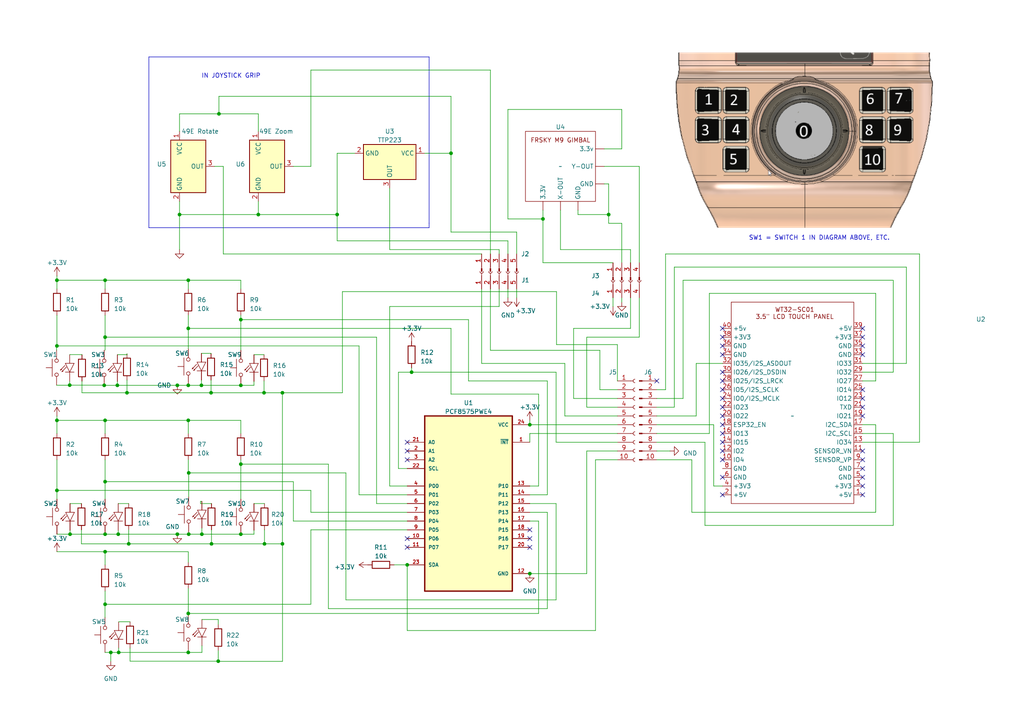
<source format=kicad_sch>
(kicad_sch (version 20230121) (generator eeschema)
  (paper "A4")
  (title_block (title "CADDeck Wiring Diagram") (date "2023-04-02") (rev "1") (company "Andrew Fernie") (comment 1 "Revised Dirk König"))
  (lib_symbols
    (symbol "Andrew:FrSky_M9_Joystick"
      (property "Reference" "U" (at 0 0 0))
      (symbol "FrSky_M9_Joystick_0_1"
        (text "FRSKY M9 GIMBAL" (at 0 7.62 0) (effects (font (size 1.27 1.27))))
      )
      (symbol "FrSky_M9_Joystick_1_1"
        (pin input line (at 5.08 -12.7 90) (length 2.54) (name "3.3V") (number ""))
        (pin input line (at -12.7 5.08 0) (length 2.54) (name "3.3v") (number ""))
        (pin input line (at -12.7 -5.08 0) (length 2.54) (name "GND") (number ""))
        (pin input line (at -5.08 -12.7 90) (length 2.54) (name "GND") (number ""))
        (pin output line (at 0 -12.7 90) (length 2.54) (name "X-OUT") (number ""))
        (pin output line (at -12.7 0 0) (length 2.54) (name "Y-OUT") (number ""))
      )
    )
    (symbol "Andrew:WT32-SC01"
      (property "Reference" "U" (at 0 0 0))
      (symbol "WT32-SC01_0_1"
        (text "WT32-SC01\n3.5\" LCD TOUCH PANEL" (at 0.635 29.845 0) (effects (font (size 1.27 1.27))))
      )
      (symbol "WT32-SC01_1_1"
        (pin power_in line (at 20.32 -22.86 180) (length 2.54) (name "+5V") (number "1"))
        (pin bidirectional line (at -20.32 -12.7 0) (length 2.54) (name "IO4") (number "10"))
        (pin bidirectional line (at 20.32 -10.16 180) (length 2.54) (name "SENSOR_VN") (number "11"))
        (pin bidirectional line (at -20.32 -10.16 0) (length 2.54) (name "IO2") (number "12"))
        (pin bidirectional line (at 20.32 -7.62 180) (length 2.54) (name "IO34") (number "13"))
        (pin bidirectional line (at -20.32 -7.62 0) (length 2.54) (name "IO15") (number "14"))
        (pin output line (at 20.32 -5.08 180) (length 2.54) (name "I2C_SCL") (number "15"))
        (pin bidirectional line (at -20.32 -5.08 0) (length 2.54) (name "IO13") (number "16"))
        (pin bidirectional line (at 20.32 -2.54 180) (length 2.54) (name "I2C_SDA") (number "17"))
        (pin bidirectional line (at -20.32 -2.54 0) (length 2.54) (name "ESP32_EN") (number "18"))
        (pin bidirectional line (at 20.32 0 180) (length 2.54) (name "IO21") (number "19"))
        (pin power_in line (at -20.32 -22.86 0) (length 2.54) (name "+5V") (number "2"))
        (pin bidirectional line (at -20.32 0 0) (length 2.54) (name "IO22") (number "20"))
        (pin bidirectional line (at 20.32 2.54 180) (length 2.54) (name "TXD") (number "21"))
        (pin bidirectional line (at -20.32 2.54 0) (length 2.54) (name "IO23") (number "22"))
        (pin bidirectional line (at 20.32 5.08 180) (length 2.54) (name "IO12") (number "23"))
        (pin bidirectional line (at -20.32 5.08 0) (length 2.54) (name "IO0/I2S_MCLK") (number "24"))
        (pin bidirectional line (at 20.32 7.62 180) (length 2.54) (name "IO14") (number "25"))
        (pin bidirectional line (at -20.32 7.62 0) (length 2.54) (name "IO5/I2S_SCLK") (number "26"))
        (pin bidirectional line (at 20.32 10.16 180) (length 2.54) (name "IO27") (number "27"))
        (pin bidirectional line (at -20.32 10.16 0) (length 2.54) (name "IO25/I2S_LRCK") (number "28"))
        (pin bidirectional line (at 20.32 12.7 180) (length 2.54) (name "IO32") (number "29"))
        (pin power_in line (at 20.32 -20.32 180) (length 2.54) (name "+3V3") (number "3"))
        (pin bidirectional line (at -20.32 12.7 0) (length 2.54) (name "IO26/I2S_DSDIN") (number "30"))
        (pin bidirectional line (at 20.32 15.24 180) (length 2.54) (name "IO33") (number "31"))
        (pin bidirectional line (at -20.32 15.24 0) (length 2.54) (name "IO35/I2S_ASDOUT") (number "32"))
        (pin power_in line (at 20.32 17.78 180) (length 2.54) (name "GND") (number "33"))
        (pin power_in line (at -20.32 17.78 0) (length 2.54) (name "GND") (number "34"))
        (pin power_in line (at 20.32 20.32 180) (length 2.54) (name "GND") (number "35"))
        (pin power_in line (at -20.32 20.32 0) (length 2.54) (name "GND") (number "36"))
        (pin power_in line (at 20.32 22.86 180) (length 2.54) (name "+3V3") (number "37"))
        (pin power_in line (at -20.32 22.86 0) (length 2.54) (name "+3V3") (number "38"))
        (pin power_in line (at 20.32 25.4 180) (length 2.54) (name "+5V") (number "39"))
        (pin power_in line (at -20.32 -20.32 0) (length 2.54) (name "+3V3") (number "4"))
        (pin power_in line (at -20.32 25.4 0) (length 2.54) (name "+5v") (number "40"))
        (pin power_in line (at 20.32 -17.78 180) (length 2.54) (name "GND") (number "5"))
        (pin power_in line (at -20.32 -17.78 0) (length 2.54) (name "GND") (number "6"))
        (pin power_in line (at 20.32 -15.24 180) (length 2.54) (name "GND") (number "7"))
        (pin power_in line (at -20.32 -15.24 0) (length 2.54) (name "GND") (number "8"))
        (pin bidirectional line (at 20.32 -12.7 180) (length 2.54) (name "SENSOR_VP") (number "9"))
      )
    )
    (symbol "Connector:Conn_01x04_Pin" (pin_names (offset 1.016) hide)
      (property "Reference" "J" (at 0 5.08 0))
      (property "Value" "Conn_01x04_Pin" (at 0 -7.62 0))
      (symbol "Conn_01x04_Pin_1_1"
        (pin passive line (at 5.08 2.54 180) (length 3.81) (name "Pin_1") (number "1"))
        (pin passive line (at 5.08 0 180) (length 3.81) (name "Pin_2") (number "2"))
        (pin passive line (at 5.08 -2.54 180) (length 3.81) (name "Pin_3") (number "3"))
        (pin passive line (at 5.08 -5.08 180) (length 3.81) (name "Pin_4") (number "4"))
      )
    )
    (symbol "Connector:Conn_01x04_Socket" (pin_names (offset 1.016) hide)
      (property "Reference" "J" (at 0 5.08 0))
      (property "Value" "Conn_01x04_Socket" (at 0 -7.62 0))
      (symbol "Conn_01x04_Socket_1_1"
        (pin passive line (at -5.08 2.54 0) (length 3.81) (name "Pin_1") (number "1"))
        (pin passive line (at -5.08 0 0) (length 3.81) (name "Pin_2") (number "2"))
        (pin passive line (at -5.08 -2.54 0) (length 3.81) (name "Pin_3") (number "3"))
        (pin passive line (at -5.08 -5.08 0) (length 3.81) (name "Pin_4") (number "4"))
      )
    )
    (symbol "Connector:Conn_01x05_Pin" (pin_names (offset 1.016) hide)
      (property "Reference" "J" (at 0 7.62 0))
      (property "Value" "Conn_01x05_Pin" (at 0 -7.62 0))
      (symbol "Conn_01x05_Pin_1_1"
        (pin passive line (at 5.08 5.08 180) (length 3.81) (name "Pin_1") (number "1"))
        (pin passive line (at 5.08 2.54 180) (length 3.81) (name "Pin_2") (number "2"))
        (pin passive line (at 5.08 0 180) (length 3.81) (name "Pin_3") (number "3"))
        (pin passive line (at 5.08 -2.54 180) (length 3.81) (name "Pin_4") (number "4"))
        (pin passive line (at 5.08 -5.08 180) (length 3.81) (name "Pin_5") (number "5"))
      )
    )
    (symbol "Connector:Conn_01x05_Socket" (pin_names (offset 1.016) hide)
      (property "Reference" "J" (at 0 7.62 0))
      (property "Value" "Conn_01x05_Socket" (at 0 -7.62 0))
      (symbol "Conn_01x05_Socket_1_1"
        (pin passive line (at -5.08 5.08 0) (length 3.81) (name "Pin_1") (number "1"))
        (pin passive line (at -5.08 2.54 0) (length 3.81) (name "Pin_2") (number "2"))
        (pin passive line (at -5.08 0 0) (length 3.81) (name "Pin_3") (number "3"))
        (pin passive line (at -5.08 -2.54 0) (length 3.81) (name "Pin_4") (number "4"))
        (pin passive line (at -5.08 -5.08 0) (length 3.81) (name "Pin_5") (number "5"))
      )
    )
    (symbol "Connector:Conn_01x10_Pin" (pin_names (offset 1.016) hide)
      (property "Reference" "J" (at 0 12.7 0))
      (property "Value" "Conn_01x10_Pin" (at 0 -15.24 0))
      (symbol "Conn_01x10_Pin_1_1"
        (pin passive line (at 5.08 10.16 180) (length 3.81) (name "Pin_1") (number "1"))
        (pin passive line (at 5.08 -12.7 180) (length 3.81) (name "Pin_10") (number "10"))
        (pin passive line (at 5.08 7.62 180) (length 3.81) (name "Pin_2") (number "2"))
        (pin passive line (at 5.08 5.08 180) (length 3.81) (name "Pin_3") (number "3"))
        (pin passive line (at 5.08 2.54 180) (length 3.81) (name "Pin_4") (number "4"))
        (pin passive line (at 5.08 0 180) (length 3.81) (name "Pin_5") (number "5"))
        (pin passive line (at 5.08 -2.54 180) (length 3.81) (name "Pin_6") (number "6"))
        (pin passive line (at 5.08 -5.08 180) (length 3.81) (name "Pin_7") (number "7"))
        (pin passive line (at 5.08 -7.62 180) (length 3.81) (name "Pin_8") (number "8"))
        (pin passive line (at 5.08 -10.16 180) (length 3.81) (name "Pin_9") (number "9"))
      )
    )
    (symbol "Connector:Conn_01x10_Socket" (pin_names (offset 1.016) hide)
      (property "Reference" "J" (at 0 12.7 0))
      (property "Value" "Conn_01x10_Socket" (at 0 -15.24 0))
      (symbol "Conn_01x10_Socket_1_1"
        (pin passive line (at -5.08 10.16 0) (length 3.81) (name "Pin_1") (number "1"))
        (pin passive line (at -5.08 -12.7 0) (length 3.81) (name "Pin_10") (number "10"))
        (pin passive line (at -5.08 7.62 0) (length 3.81) (name "Pin_2") (number "2"))
        (pin passive line (at -5.08 5.08 0) (length 3.81) (name "Pin_3") (number "3"))
        (pin passive line (at -5.08 2.54 0) (length 3.81) (name "Pin_4") (number "4"))
        (pin passive line (at -5.08 0 0) (length 3.81) (name "Pin_5") (number "5"))
        (pin passive line (at -5.08 -2.54 0) (length 3.81) (name "Pin_6") (number "6"))
        (pin passive line (at -5.08 -5.08 0) (length 3.81) (name "Pin_7") (number "7"))
        (pin passive line (at -5.08 -7.62 0) (length 3.81) (name "Pin_8") (number "8"))
        (pin passive line (at -5.08 -10.16 0) (length 3.81) (name "Pin_9") (number "9"))
      )
    )
    (symbol "Device:R" (pin_numbers hide) (pin_names (offset 0))
      (property "Reference" "R" (at 2.032 0 90))
      (property "Value" "R" (at 0 0 90))
      (symbol "R_1_1"
        (pin passive line (at 0 3.81 270) (length 1.27) (name "~") (number "1"))
        (pin passive line (at 0 -3.81 90) (length 1.27) (name "~") (number "2"))
      )
    )
    (symbol "PCF8575PWE4:PCF8575PWE4" (pin_names (offset 1.016))
      (property "Reference" "U" (at -12.7 26.4 0))
      (property "Value" "PCF8575PWE4" (at -12.7 -29.4 0))
      (symbol "PCF8575PWE4_0_0"
        (pin output line (at 17.78 17.78 180) (length 5.08) (name "~{INT}") (number "1"))
        (pin bidirectional line (at -17.78 -10.16 0) (length 5.08) (name "P06") (number "10"))
        (pin bidirectional line (at -17.78 -12.7 0) (length 5.08) (name "P07") (number "11"))
        (pin power_in line (at 17.78 -20.32 180) (length 5.08) (name "GND") (number "12"))
        (pin bidirectional line (at 17.78 5.08 180) (length 5.08) (name "P10") (number "13"))
        (pin bidirectional line (at 17.78 2.54 180) (length 5.08) (name "P11") (number "14"))
        (pin bidirectional line (at 17.78 0 180) (length 5.08) (name "P12") (number "15"))
        (pin bidirectional line (at 17.78 -2.54 180) (length 5.08) (name "P13") (number "16"))
        (pin bidirectional line (at 17.78 -5.08 180) (length 5.08) (name "P14") (number "17"))
        (pin bidirectional line (at 17.78 -7.62 180) (length 5.08) (name "P15") (number "18"))
        (pin bidirectional line (at 17.78 -10.16 180) (length 5.08) (name "P16") (number "19"))
        (pin input line (at -17.78 15.24 0) (length 5.08) (name "A1") (number "2"))
        (pin bidirectional line (at 17.78 -12.7 180) (length 5.08) (name "P17") (number "20"))
        (pin input line (at -17.78 17.78 0) (length 5.08) (name "A0") (number "21"))
        (pin input line (at -17.78 10.16 0) (length 5.08) (name "SCL") (number "22"))
        (pin bidirectional line (at -17.78 -17.78 0) (length 5.08) (name "SDA") (number "23"))
        (pin power_in line (at 17.78 22.86 180) (length 5.08) (name "VCC") (number "24"))
        (pin input line (at -17.78 12.7 0) (length 5.08) (name "A2") (number "3"))
        (pin bidirectional line (at -17.78 5.08 0) (length 5.08) (name "P00") (number "4"))
        (pin bidirectional line (at -17.78 2.54 0) (length 5.08) (name "P01") (number "5"))
        (pin bidirectional line (at -17.78 0 0) (length 5.08) (name "P02") (number "6"))
        (pin bidirectional line (at -17.78 -2.54 0) (length 5.08) (name "P03") (number "7"))
        (pin bidirectional line (at -17.78 -5.08 0) (length 5.08) (name "P04") (number "8"))
        (pin bidirectional line (at -17.78 -7.62 0) (length 5.08) (name "P05") (number "9"))
      )
    )
    (symbol "SW_Push_1" (pin_numbers hide) (pin_names (offset 1.016) hide)
      (property "Reference" "SW1" (at 3.81 3.81 90))
      (symbol "SW_Push_1_0_1"
        (pin passive line (at -5.08 0 0) (length 2.54) (name "1") (number "1"))
        (pin passive line (at 5.08 0 180) (length 2.54) (name "2") (number "2"))
      )
      (symbol "SW_Push_1_1_1"
        (pin power_in line (at -3.937 -3.81 0) (length 2.54) (name "Kathode_-") (number "3"))
        (pin power_in line (at 3.81 -3.81 180) (length 2.54) (name "Anode_+") (number "4"))
      )
    )
    (symbol "SW_Push_2" (pin_numbers hide) (pin_names (offset 1.016) hide)
      (property "Reference" "SW1" (at 7.62 2.54 0))
      (property "Value" "SW_Push" (at -3.81 2.54 0))
      (symbol "SW_Push_2_0_1"
        (pin passive line (at -5.08 0 0) (length 2.54) (name "1") (number "1"))
        (pin passive line (at 5.08 0 180) (length 2.54) (name "2") (number "2"))
      )
      (symbol "SW_Push_2_1_1"
        (pin power_in line (at -3.81 -3.9624 0) (length 2.54) (name "Kathode_-") (number "3"))
        (pin power_in line (at 3.81 -3.9624 180) (length 2.54) (name "Anode_+") (number "4"))
      )
    )
    (symbol "Sensor_Magnetic:DRV5033AJxLPG"
      (property "Reference" "U" (at 5.08 12.7 0))
      (property "Value" "DRV5033AJxLPG" (at 7.62 10.16 0))
      (symbol "DRV5033AJxLPG_1_1"
        (pin power_in line (at -2.54 10.16 270) (length 2.54) (name "VCC") (number "1"))
        (pin power_in line (at -2.54 -10.16 90) (length 2.54) (name "GND") (number "2"))
        (pin output line (at 7.62 0 180) (length 2.54) (name "OUT") (number "3"))
      )
    )
    (symbol "power:+3.3V" (power) (pin_names (offset 0))
      (property "Value" "+3.3V" (at 0 3.556 0))
      (symbol "+3.3V_1_1"
        (pin power_in line (at 0 0 90) (length 0) hide (name "+3.3V") (number "1"))
      )
    )
    (symbol "power:GND" (power) (pin_names (offset 0))
      (property "Value" "GND" (at 0 -3.81 0))
      (symbol "GND_1_1"
        (pin power_in line (at 0 0 270) (length 0) hide (name "GND") (number "1"))
      )
    )
  )
  (junction (at 30.48 139.7))
  (junction (at 69.85 154.94))
  (junction (at 16.51 100.33))
  (junction (at 20.32 154.94))
  (junction (at 81.915 113.919))
  (junction (at 32.131 189.23))
  (junction (at 51.435 111.76))
  (junction (at 37.338 157.734))
  (junction (at 54.61 95.25))
  (junction (at 30.48 81.28))
  (junction (at 61.214 113.919))
  (junction (at 130.81 44.45))
  (junction (at 74.93 62.23))
  (junction (at 69.85 111.76))
  (junction (at 54.61 121.92))
  (junction (at 51.435 154.94))
  (junction (at 97.79 62.23))
  (junction (at 81.915 157.734))
  (junction (at 54.737 154.94))
  (junction (at 58.547 154.94))
  (junction (at 30.48 160.02))
  (junction (at 52.07 62.23))
  (junction (at 30.48 175.26))
  (junction (at 30.48 154.94))
  (junction (at 76.581 113.919))
  (junction (at 34.036 111.76))
  (junction (at 119.38 107.95))
  (junction (at 63.2968 191.77))
  (junction (at 54.61 177.927))
  (junction (at 30.48 97.79))
  (junction (at 157.48 63.5))
  (junction (at 69.85 92.71))
  (junction (at 54.61 111.76))
  (junction (at 54.737 137.16))
  (junction (at 16.51 142.24))
  (junction (at 76.708 157.734))
  (junction (at 54.61 189.23))
  (junction (at 69.85 134.62))
  (junction (at 30.48 121.92))
  (junction (at 63.5 33.02))
  (junction (at 34.417 189.23))
  (junction (at 16.51 81.28))
  (junction (at 54.61 81.28))
  (junction (at 34.29 154.94))
  (junction (at 36.83 113.919))
  (junction (at 153.67 166.37))
  (junction (at 16.51 121.92))
  (junction (at 153.67 123.19))
  (junction (at 30.226 111.76))
  (junction (at 58.42 111.76))
  (junction (at 20.2184 111.7092))
  (junction (at 176.53 62.23))
  (junction (at 118.11 163.83))
  (junction (at 61.341 157.734))
  (no_connect (at 209.55 138.43))
  (no_connect (at 153.67 156.21))
  (no_connect (at 250.19 130.81))
  (no_connect (at 209.55 110.49))
  (no_connect (at 209.55 100.33))
  (no_connect (at 209.55 133.35))
  (no_connect (at 250.19 135.89))
  (no_connect (at 250.19 120.65))
  (no_connect (at 209.55 118.11))
  (no_connect (at 118.11 156.21))
  (no_connect (at 250.19 115.57))
  (no_connect (at 209.55 102.87))
  (no_connect (at 209.55 123.19))
  (no_connect (at 209.55 130.81))
  (no_connect (at 250.19 118.11))
  (no_connect (at 209.55 107.95))
  (no_connect (at 250.19 113.03))
  (no_connect (at 250.19 138.43))
  (no_connect (at 209.55 120.65))
  (no_connect (at 250.19 95.25))
  (no_connect (at 209.55 128.27))
  (no_connect (at 250.19 133.35))
  (no_connect (at 209.55 115.57))
  (no_connect (at 209.55 143.51))
  (no_connect (at 118.11 133.35))
  (no_connect (at 250.19 140.97))
  (no_connect (at 250.19 97.79))
  (no_connect (at 209.55 113.03))
  (no_connect (at 250.19 102.87))
  (no_connect (at 118.11 158.75))
  (no_connect (at 118.11 128.27))
  (no_connect (at 118.11 130.81))
  (no_connect (at 250.19 143.51))
  (no_connect (at 153.67 158.75))
  (no_connect (at 153.67 153.67))
  (no_connect (at 250.19 100.33))
  (no_connect (at 209.55 125.73))
  (no_connect (at 190.5 110.49))
  (no_connect (at 209.55 95.25))
  (no_connect (at 209.55 97.79))
  (wire (pts (xy 20.2184 111.7092) (xy 30.226 111.7092)))
  (wire (pts (xy 58.547 145.415) (xy 58.166 145.415)))
  (wire (pts (xy 36.83 110.236) (xy 36.83 113.919)))
  (wire (pts (xy 23.7744 113.919) (xy 36.83 113.919)))
  (wire (pts (xy 30.48 97.79) (xy 109.22 97.79)))
  (wire (pts (xy 190.5 130.81) (xy 194.31 130.81)))
  (wire (pts (xy 58.166 145.415) (xy 58.166 146.05)))
  (wire (pts (xy 54.61 81.28) (xy 30.48 81.28)))
  (wire (pts (xy 90.17 175.26) (xy 90.17 153.67)))
  (wire (pts (xy 30.48 175.26) (xy 90.17 175.26)))
  (wire (pts (xy 162.56 60.96) (xy 162.56 72.39)))
  (wire (pts (xy 262.89 77.47) (xy 195.58 77.47)))
  (wire (pts (xy 23.7744 110.5408) (xy 23.7744 113.919)))
  (wire (pts (xy 153.67 128.27) (xy 153.67 125.73)))
  (wire (pts (xy 23.622 157.734) (xy 37.338 157.734)))
  (wire (pts (xy 54.61 160.02) (xy 30.48 160.02)))
  (wire (pts (xy 81.915 157.734) (xy 81.9404 157.734)))
  (wire (pts (xy 73.66 110.617) (xy 73.66 111.76)))
  (wire (pts (xy 254 85.09) (xy 205.74 85.09)))
  (wire (pts (xy 90.17 148.59) (xy 118.11 148.59)))
  (wire (pts (xy 254 123.19) (xy 254 148.59)))
  (wire (pts (xy 142.24 20.32) (xy 142.24 73.66)))
  (wire (pts (xy 30.48 125.73) (xy 30.48 121.92)))
  (polyline (pts (xy 43.18 66.04) (xy 43.18 16.51)))
  (wire (pts (xy 73.66 111.76) (xy 69.85 111.76)))
  (wire (pts (xy 193.04 73.66) (xy 193.04 113.03)))
  (wire (pts (xy 30.226 111.7092) (xy 30.226 111.76)))
  (wire (pts (xy 30.48 97.79) (xy 30.48 101.6)))
  (wire (pts (xy 81.9404 157.734) (xy 81.9404 191.8208)))
  (wire (pts (xy 205.74 85.09) (xy 205.74 125.73)))
  (wire (pts (xy 259.08 125.73) (xy 259.08 152.4)))
  (wire (pts (xy 144.78 72.39) (xy 144.78 73.66)))
  (wire (pts (xy 30.48 91.44) (xy 30.48 97.79)))
  (wire (pts (xy 54.737 154.305) (xy 54.737 154.94)))
  (wire (pts (xy 23.7744 102.9208) (xy 23.7744 102.8446)))
  (polyline (pts (xy 124.46 16.51) (xy 124.46 64.77)))
  (wire (pts (xy 207.01 123.19) (xy 207.01 140.97)))
  (wire (pts (xy 51.435 111.76) (xy 54.61 111.76)))
  (wire (pts (xy 95.25 176.53) (xy 158.75 176.53)))
  (wire (pts (xy 157.48 63.5) (xy 157.48 60.96)))
  (wire (pts (xy 52.07 38.1) (xy 52.07 33.02)))
  (wire (pts (xy 204.47 128.27) (xy 190.5 128.27)))
  (wire (pts (xy 147.32 69.85) (xy 147.32 73.66)))
  (wire (pts (xy 250.19 123.19) (xy 254 123.19)))
  (wire (pts (xy 200.66 133.35) (xy 190.5 133.35)))
  (wire (pts (xy 153.67 148.59) (xy 158.75 148.59)))
  (wire (pts (xy 195.58 77.47) (xy 195.58 118.11)))
  (wire (pts (xy 16.51 120.65) (xy 16.51 121.92)))
  (wire (pts (xy 16.51 80.01) (xy 16.51 81.28)))
  (wire (pts (xy 130.81 67.31) (xy 149.86 67.31)))
  (wire (pts (xy 63.2968 191.77) (xy 63.2968 191.8208)))
  (wire (pts (xy 76.708 157.734) (xy 81.915 157.734)))
  (wire (pts (xy 130.81 44.45) (xy 130.81 67.31)))
  (wire (pts (xy 16.51 142.24) (xy 16.51 144.78)))
  (wire (pts (xy 177.8 86.36) (xy 177.8 88.9)))
  (wire (pts (xy 34.036 111.76) (xy 51.435 111.76)))
  (wire (pts (xy 51.435 154.94) (xy 54.737 154.94)))
  (wire (pts (xy 104.14 143.51) (xy 118.11 143.51)))
  (wire (pts (xy 95.25 134.62) (xy 95.25 176.53)))
  (wire (pts (xy 254 110.49) (xy 254 85.09)))
  (wire (pts (xy 64.77 73.66) (xy 139.7 73.66)))
  (wire (pts (xy 190.5 115.57) (xy 198.12 115.57)))
  (wire (pts (xy 113.03 140.97) (xy 118.11 140.97)))
  (wire (pts (xy 34.29 154.94) (xy 51.435 154.94)))
  (wire (pts (xy 176.53 62.23) (xy 176.53 64.77)))
  (wire (pts (xy 58.166 146.05) (xy 61.341 146.05)))
  (wire (pts (xy 76.581 113.919) (xy 76.581 110.49)))
  (wire (pts (xy 139.7 105.41) (xy 163.83 105.41)))
  (wire (pts (xy 170.18 97.79) (xy 185.42 97.79)))
  (wire (pts (xy 113.03 72.39) (xy 144.78 72.39)))
  (wire (pts (xy 266.7 73.66) (xy 266.7 128.27)))
  (wire (pts (xy 20.32 154.94) (xy 30.48 154.94)))
  (wire (pts (xy 180.34 64.77) (xy 180.34 76.2)))
  (wire (pts (xy 190.5 125.73) (xy 205.74 125.73)))
  (wire (pts (xy 54.61 189.23) (xy 54.61 188.5696)))
  (wire (pts (xy 170.18 118.11) (xy 179.07 118.11)))
  (wire (pts (xy 16.51 91.44) (xy 16.51 100.33)))
  (wire (pts (xy 52.07 33.02) (xy 63.5 33.02)))
  (wire (pts (xy 30.48 81.28) (xy 16.51 81.28)))
  (wire (pts (xy 58.42 111.76) (xy 69.85 111.76)))
  (wire (pts (xy 23.622 153.67) (xy 23.622 157.734)))
  (wire (pts (xy 170.18 130.81) (xy 179.07 130.81)))
  (wire (pts (xy 73.66 154.94) (xy 73.66 153.797)))
  (wire (pts (xy 109.22 97.79) (xy 109.22 146.05)))
  (wire (pts (xy 74.93 62.23) (xy 74.93 58.42)))
  (wire (pts (xy 54.737 137.16) (xy 54.737 144.145)))
  (wire (pts (xy 100.33 173.99) (xy 161.29 173.99)))
  (wire (pts (xy 69.85 154.94) (xy 73.66 154.94)))
  (wire (pts (xy 85.09 139.7) (xy 85.09 151.13)))
  (wire (pts (xy 115.57 135.89) (xy 118.11 135.89)))
  (wire (pts (xy 99.314 113.919) (xy 99.314 84.582)))
  (wire (pts (xy 153.67 121.92) (xy 153.67 123.19)))
  (wire (pts (xy 176.53 62.23) (xy 167.64 62.23)))
  (wire (pts (xy 16.51 133.35) (xy 16.51 142.24)))
  (wire (pts (xy 119.38 107.95) (xy 115.57 107.95)))
  (wire (pts (xy 149.86 83.82) (xy 149.86 86.36)))
  (wire (pts (xy 170.18 166.37) (xy 153.67 166.37)))
  (wire (pts (xy 54.61 111.379) (xy 54.61 111.76)))
  (wire (pts (xy 163.83 105.41) (xy 163.83 120.65)))
  (wire (pts (xy 200.66 148.59) (xy 200.66 133.35)))
  (wire (pts (xy 172.72 182.88) (xy 172.72 133.35)))
  (wire (pts (xy 30.48 163.83) (xy 30.48 160.02)))
  (wire (pts (xy 30.48 139.7) (xy 30.48 144.78)))
  (wire (pts (xy 30.48 121.92) (xy 16.51 121.92)))
  (wire (pts (xy 172.72 133.35) (xy 179.07 133.35)))
  (wire (pts (xy 54.61 133.35) (xy 54.61 137.16)))
  (wire (pts (xy 179.07 99.949) (xy 179.07 110.49)))
  (wire (pts (xy 76.581 113.919) (xy 81.915 113.919)))
  (wire (pts (xy 166.37 115.57) (xy 179.07 115.57)))
  (wire (pts (xy 157.48 76.2) (xy 177.8 76.2)))
  (wire (pts (xy 262.89 77.47) (xy 262.89 105.41)))
  (wire (pts (xy 69.85 81.28) (xy 54.61 81.28)))
  (wire (pts (xy 185.42 48.26) (xy 185.42 76.2)))
  (wire (pts (xy 36.83 102.87) (xy 36.83 102.616)))
  (wire (pts (xy 153.67 123.19) (xy 179.07 123.19)))
  (wire (pts (xy 34.417 180.34) (xy 37.719 180.34)))
  (wire (pts (xy 176.53 64.77) (xy 180.34 64.77)))
  (wire (pts (xy 63.5 33.02) (xy 74.93 33.02)))
  (wire (pts (xy 170.18 130.81) (xy 170.18 166.37)))
  (wire (pts (xy 161.417 99.949) (xy 179.07 99.949)))
  (wire (pts (xy 69.85 125.73) (xy 69.85 121.92)))
  (wire (pts (xy 63.5 33.02) (xy 63.5 27.94)))
  (wire (pts (xy 23.7744 102.8446) (xy 20.2184 102.8446)))
  (wire (pts (xy 209.55 105.41) (xy 201.93 105.41)))
  (wire (pts (xy 195.58 118.11) (xy 190.5 118.11)))
  (wire (pts (xy 74.93 33.02) (xy 74.93 38.1)))
  (wire (pts (xy 149.86 67.31) (xy 149.86 73.66)))
  (wire (pts (xy 16.51 81.28) (xy 16.51 83.82)))
  (wire (pts (xy 30.226 111.76) (xy 34.036 111.76)))
  (wire (pts (xy 52.07 58.42) (xy 52.07 62.23)))
  (wire (pts (xy 157.48 63.5) (xy 157.48 76.2)))
  (wire (pts (xy 34.036 110.617) (xy 34.036 111.76)))
  (wire (pts (xy 34.036 102.87) (xy 36.83 102.87)))
  (wire (pts (xy 34.417 187.96) (xy 34.417 189.23)))
  (wire (pts (xy 130.81 114.3) (xy 156.21 114.3)))
  (wire (pts (xy 158.75 176.53) (xy 158.75 148.59)))
  (wire (pts (xy 119.38 106.68) (xy 119.38 107.95)))
  (wire (pts (xy 156.21 140.97) (xy 153.67 140.97)))
  (wire (pts (xy 167.64 60.96) (xy 167.64 62.23)))
  (wire (pts (xy 20.32 153.797) (xy 20.32 154.94)))
  (wire (pts (xy 16.4084 100.33) (xy 16.4084 101.5746)))
  (wire (pts (xy 61.214 113.919) (xy 76.581 113.919)))
  (wire (pts (xy 30.48 139.7) (xy 85.09 139.7)))
  (wire (pts (xy 250.19 107.95) (xy 259.08 107.95)))
  (wire (pts (xy 97.79 69.85) (xy 97.79 62.23)))
  (wire (pts (xy 176.53 53.34) (xy 176.53 62.23)))
  (wire (pts (xy 54.61 83.82) (xy 54.61 81.28)))
  (wire (pts (xy 52.07 62.23) (xy 74.93 62.23)))
  (wire (pts (xy 104.14 100.33) (xy 104.14 143.51)))
  (wire (pts (xy 32.131 189.23) (xy 32.131 191.77)))
  (wire (pts (xy 73.66 102.87) (xy 76.581 102.87)))
  (wire (pts (xy 52.07 62.23) (xy 52.07 72.39)))
  (wire (pts (xy 54.737 137.16) (xy 100.33 137.16)))
  (wire (pts (xy 54.61 125.73) (xy 54.61 121.92)))
  (wire (pts (xy 113.03 54.61) (xy 113.03 72.39)))
  (wire (pts (xy 81.9404 191.8208) (xy 63.2968 191.8208)))
  (wire (pts (xy 163.83 120.65) (xy 179.07 120.65)))
  (polyline (pts (xy 43.18 16.51) (xy 124.46 16.51)))
  (wire (pts (xy 63.5 27.94) (xy 130.81 27.94)))
  (wire (pts (xy 180.34 31.75) (xy 180.34 43.18)))
  (wire (pts (xy 36.83 113.919) (xy 61.214 113.919)))
  (wire (pts (xy 123.19 44.45) (xy 130.81 44.45)))
  (wire (pts (xy 58.5724 189.23) (xy 54.61 189.23)))
  (wire (pts (xy 161.29 146.05) (xy 153.67 146.05)))
  (wire (pts (xy 173.99 113.03) (xy 179.07 113.03)))
  (wire (pts (xy 135.89 92.71) (xy 135.89 110.49)))
  (wire (pts (xy 34.29 153.797) (xy 34.29 154.94)))
  (wire (pts (xy 266.7 128.27) (xy 250.19 128.27)))
  (wire (pts (xy 32.131 189.23) (xy 34.417 189.23)))
  (wire (pts (xy 147.32 83.82) (xy 147.32 86.36)))
  (wire (pts (xy 190.5 123.19) (xy 207.01 123.19)))
  (wire (pts (xy 30.4546 175.26) (xy 30.48 175.26)))
  (wire (pts (xy 182.88 72.39) (xy 182.88 76.2)))
  (wire (pts (xy 20.32 146.05) (xy 23.622 146.05)))
  (wire (pts (xy 156.21 177.927) (xy 156.21 151.13)))
  (wire (pts (xy 58.42 102.489) (xy 61.214 102.489)))
  (wire (pts (xy 61.341 157.734) (xy 61.341 153.67)))
  (wire (pts (xy 30.4546 189.23) (xy 32.131 189.23)))
  (wire (pts (xy 180.34 86.36) (xy 180.34 87.63)))
  (wire (pts (xy 259.08 152.4) (xy 204.47 152.4)))
  (wire (pts (xy 162.56 72.39) (xy 182.88 72.39)))
  (wire (pts (xy 158.75 110.49) (xy 158.75 143.51)))
  (wire (pts (xy 81.915 113.919) (xy 99.314 113.919)))
  (wire (pts (xy 144.78 83.82) (xy 144.78 88.9)))
  (wire (pts (xy 16.51 121.92) (xy 16.51 125.73)))
  (wire (pts (xy 90.17 153.67) (xy 118.11 153.67)))
  (wire (pts (xy 63.2968 188.722) (xy 63.2968 191.77)))
  (wire (pts (xy 37.7444 191.77) (xy 63.2968 191.77)))
  (wire (pts (xy 37.338 157.734) (xy 61.341 157.734)))
  (wire (pts (xy 54.61 177.927) (xy 156.21 177.927)))
  (wire (pts (xy 142.24 101.6) (xy 142.24 83.82)))
  (wire (pts (xy 135.89 110.49) (xy 158.75 110.49)))
  (wire (pts (xy 115.57 107.95) (xy 115.57 135.89)))
  (wire (pts (xy 54.61 163.068) (xy 54.61 160.02)))
  (wire (pts (xy 170.18 118.11) (xy 170.18 97.79)))
  (wire (pts (xy 156.21 114.3) (xy 156.21 140.97)))
  (wire (pts (xy 147.32 31.75) (xy 180.34 31.75)))
  (wire (pts (xy 90.17 20.32) (xy 142.24 20.32)))
  (wire (pts (xy 99.314 84.582) (xy 161.417 84.582)))
  (wire (pts (xy 175.26 53.34) (xy 176.53 53.34)))
  (wire (pts (xy 16.51 142.24) (xy 90.17 142.24)))
  (wire (pts (xy 97.79 44.45) (xy 102.87 44.45)))
  (wire (pts (xy 182.88 95.25) (xy 182.88 86.36)))
  (wire (pts (xy 85.09 151.13) (xy 118.11 151.13)))
  (wire (pts (xy 161.29 128.27) (xy 179.07 128.27)))
  (wire (pts (xy 69.85 91.44) (xy 69.85 92.71)))
  (wire (pts (xy 175.26 43.18) (xy 180.34 43.18)))
  (wire (pts (xy 54.61 121.92) (xy 30.48 121.92)))
  (wire (pts (xy 54.61 170.688) (xy 54.61 177.927)))
  (wire (pts (xy 81.915 113.919) (xy 81.915 157.734)))
  (wire (pts (xy 69.85 133.35) (xy 69.85 134.62)))
  (wire (pts (xy 63.2968 179.6796) (xy 63.2968 181.102)))
  (wire (pts (xy 69.85 92.71) (xy 69.85 101.6)))
  (wire (pts (xy 61.341 157.734) (xy 76.708 157.734)))
  (wire (pts (xy 166.37 95.25) (xy 182.88 95.25)))
  (wire (pts (xy 104.14 100.33) (xy 16.51 100.33)))
  (wire (pts (xy 69.85 83.82) (xy 69.85 81.28)))
  (wire (pts (xy 54.737 154.94) (xy 58.547 154.94)))
  (wire (pts (xy 16.51 154.94) (xy 20.32 154.94)))
  (wire (pts (xy 20.2184 111.7346) (xy 20.2184 111.7092)))
  (wire (pts (xy 100.33 137.16) (xy 100.33 173.99)))
  (polyline (pts (xy 124.46 66.04) (xy 43.18 66.04)))
  (wire (pts (xy 30.48 160.02) (xy 16.51 160.02)))
  (wire (pts (xy 250.19 125.73) (xy 259.08 125.73)))
  (wire (pts (xy 161.29 173.99) (xy 161.29 146.05)))
  (wire (pts (xy 61.214 102.489) (xy 61.214 102.616)))
  (wire (pts (xy 262.89 105.41) (xy 250.19 105.41)))
  (wire (pts (xy 34.29 146.05) (xy 37.338 146.05)))
  (wire (pts (xy 201.93 120.65) (xy 190.5 120.65)))
  (wire (pts (xy 113.03 140.97) (xy 113.03 88.9)))
  (wire (pts (xy 97.79 69.85) (xy 147.32 69.85)))
  (wire (pts (xy 200.66 148.59) (xy 254 148.59)))
  (wire (pts (xy 166.37 95.25) (xy 166.37 115.57)))
  (wire (pts (xy 266.7 73.66) (xy 193.04 73.66)))
  (wire (pts (xy 54.61 91.44) (xy 54.61 95.25)))
  (wire (pts (xy 58.547 154.94) (xy 69.85 154.94)))
  (wire (pts (xy 97.79 62.23) (xy 74.93 62.23)))
  (wire (pts (xy 54.61 177.927) (xy 54.61 178.4096)))
  (wire (pts (xy 73.66 146.05) (xy 76.708 146.05)))
  (wire (pts (xy 61.214 110.236) (xy 61.214 113.919)))
  (wire (pts (xy 76.708 153.67) (xy 76.708 157.734)))
  (wire (pts (xy 64.77 48.26) (xy 64.77 73.66)))
  (wire (pts (xy 193.04 113.03) (xy 190.5 113.03)))
  (wire (pts (xy 118.11 182.88) (xy 172.72 182.88)))
  (wire (pts (xy 34.417 189.23) (xy 54.61 189.23)))
  (wire (pts (xy 90.17 48.26) (xy 90.17 20.32)))
  (wire (pts (xy 62.23 48.26) (xy 64.77 48.26)))
  (wire (pts (xy 173.99 113.03) (xy 173.99 101.6)))
  (wire (pts (xy 54.737 137.16) (xy 54.61 137.16)))
  (wire (pts (xy 158.75 143.51) (xy 153.67 143.51)))
  (wire (pts (xy 113.03 88.9) (xy 144.78 88.9)))
  (wire (pts (xy 161.29 107.95) (xy 161.29 128.27)))
  (wire (pts (xy 37.719 187.96) (xy 37.719 191.77)))
  (wire (pts (xy 54.61 95.25) (xy 130.81 95.25)))
  (wire (pts (xy 58.42 110.236) (xy 58.42 111.76)))
  (wire (pts (xy 30.48 154.94) (xy 34.29 154.94)))
  (wire (pts (xy 85.09 48.26) (xy 90.17 48.26)))
  (wire (pts (xy 201.93 105.41) (xy 201.93 120.65)))
  (wire (pts (xy 30.48 133.35) (xy 30.48 139.7)))
  (wire (pts (xy 130.81 27.94) (xy 130.81 44.45)))
  (wire (pts (xy 30.48 83.82) (xy 30.48 81.28)))
  (wire (pts (xy 175.26 48.26) (xy 185.42 48.26)))
  (wire (pts (xy 185.42 97.79) (xy 185.42 86.36)))
  (wire (pts (xy 69.85 134.62) (xy 69.85 144.78)))
  (wire (pts (xy 207.01 140.97) (xy 209.55 140.97)))
  (wire (pts (xy 250.19 110.49) (xy 254 110.49)))
  (wire (pts (xy 54.61 111.76) (xy 58.42 111.76)))
  (wire (pts (xy 173.99 101.6) (xy 142.24 101.6)))
  (wire (pts (xy 69.85 92.71) (xy 135.89 92.71)))
  (wire (pts (xy 153.67 125.73) (xy 179.07 125.73)))
  (wire (pts (xy 58.5724 187.2996) (xy 58.5724 189.23)))
  (wire (pts (xy 16.4084 111.7346) (xy 20.2184 111.7346)))
  (wire (pts (xy 69.85 134.62) (xy 95.25 134.62)))
  (wire (pts (xy 58.547 153.162) (xy 58.547 154.94)))
  (wire (pts (xy 198.12 115.57) (xy 198.12 81.28)))
  (wire (pts (xy 109.22 146.05) (xy 118.11 146.05)))
  (wire (pts (xy 204.47 152.4) (xy 204.47 128.27)))
  (wire (pts (xy 30.48 171.45) (xy 30.48 175.26)))
  (wire (pts (xy 90.17 142.24) (xy 90.17 148.59)))
  (wire (pts (xy 58.5724 179.6796) (xy 63.2968 179.6796)))
  (wire (pts (xy 16.4084 100.33) (xy 16.51 100.33)))
  (wire (pts (xy 69.85 121.92) (xy 54.61 121.92)))
  (wire (pts (xy 161.29 107.95) (xy 119.38 107.95)))
  (wire (pts (xy 97.79 44.45) (xy 97.79 62.23)))
  (wire (pts (xy 118.11 163.83) (xy 118.11 182.88)))
  (wire (pts (xy 54.61 95.25) (xy 54.61 101.219)))
  (wire (pts (xy 156.21 151.13) (xy 153.67 151.13)))
  (wire (pts (xy 114.3 163.83) (xy 118.11 163.83)))
  (wire (pts (xy 130.81 95.25) (xy 130.81 114.3)))
  (wire (pts (xy 139.7 105.41) (xy 139.7 83.82)))
  (wire (pts (xy 30.4546 175.26) (xy 30.4546 179.07)))
  (wire (pts (xy 37.338 153.67) (xy 37.338 157.734)))
  (wire (pts (xy 147.32 31.75) (xy 147.32 63.5)))
  (wire (pts (xy 259.08 107.95) (xy 259.08 81.28)))
  (wire (pts (xy 198.12 81.28) (xy 259.08 81.28)))
  (wire (pts (xy 161.417 84.582) (xy 161.417 99.949)))
  (wire (pts (xy 20.2184 110.5916) (xy 20.2184 111.7092)))
  (polyline (pts (xy 124.46 64.77) (xy 124.46 66.04)))
  (wire (pts (xy 147.32 63.5) (xy 157.48 63.5)))
  (image (at 233.68 40.64) (scale 1.78039))
  (text "IN JOYSTICK GRIP" (at 58.42 22.86 0) (effects (font (size 1.27 1.27)) (justify left bottom)))
  (text "SW1 = SWITCH 1 IN DIAGRAM ABOVE, ETC." (at 217.17 69.85 0) (effects (font (size 1.27 1.27)) (justify left bottom)))
  (symbol (lib_id "Device:R") (at 54.61 87.63 0) (unit 1)
    (property "Reference" "R6" (at 57.15 86.995 0) (effects (justify left)))
    (property "Value" "10k" (at 57.15 89.535 0) (effects (justify left)))
    (property "Footprint" "Resistor_SMD:R_0805_2012Metric_Pad1.20x1.40mm_HandSolder" (effects hide))
  )
  (symbol (lib_id "power:GND") (at 194.31 130.81 90) (unit 1)
    (property "Reference" "#PWR014" (effects hide))
    (property "Value" "GND" (at 198.12 131.445 90) (effects (justify right)))
  )
  (symbol (lib_id "Device:R") (at 23.7744 106.7308 0) (unit 1)
    (property "Reference" "R13" (at 26.3144 106.0958 0) (effects (justify left)))
    (property "Value" "10k" (at 26.3144 108.6358 0) (effects (justify left)))
    (property "Footprint" "Resistor_SMD:R_0805_2012Metric_Pad1.20x1.40mm_HandSolder" (effects hide))
  )
  (symbol (lib_name "SW_Push_1") (lib_id "Switch:SW_Push") (at 69.85 149.86 90) (unit 1)
    (property "Reference" "SW10" (at 66.04 146.05 90) (effects (justify right)))
    (property "Value" "SW_Push" (effects hide))
    (property "Footprint" "Button_MX_LED:SW_Cherry_MX_LED_PCB" (effects hide))
  )
  (symbol (lib_name "SW_Push_2") (lib_id "Switch:SW_Push") (at 54.61 183.4896 90) (unit 1)
    (property "Reference" "SW8" (at 50.8 179.6796 90) (effects (justify right)))
    (property "Value" "SW_Push" (effects hide))
    (property "Footprint" "Button_MX_LED:SW_Cherry_MX_LED_PCB" (effects hide))
  )
  (symbol (lib_id "power:GND") (at 32.131 191.77 0) (unit 1)
    (property "Reference" "#PWR04" (effects hide))
    (property "Value" "GND" (at 32.131 196.85 0))
  )
  (symbol (lib_name "SW_Push_1") (lib_id "Switch:SW_Push") (at 69.85 106.68 90) (unit 1)
    (property "Reference" "SW9" (at 66.04 102.87 90) (effects (justify right)))
    (property "Value" "SW_Push" (effects hide))
    (property "Footprint" "Button_MX_LED:SW_Cherry_MX_LED_PCB" (effects hide))
  )
  (symbol (lib_id "Connector:Conn_01x04_Pin") (at 180.34 81.28 90) (unit 1)
    (property "Reference" "J3" (at 172.72 80.01 90))
    (property "Value" "Conn_01x04_Pin" (effects hide))
  )
  (symbol (lib_id "Connector:Conn_01x10_Pin") (at 185.42 120.65 0) (unit 1)
    (property "Reference" "J6" (at 187.96 107.95 0))
    (property "Value" "Conn_01x10_Pin" (effects hide))
  )
  (symbol (lib_id "Andrew:FrSky_M9_Joystick") (at 162.56 48.26 0) (mirror y) (unit 1)
    (property "Reference" "U4" (at 162.56 36.83 0))
    (property "Value" "~" (at 162.56 48.26 0))
  )
  (symbol (lib_id "Device:R") (at 23.622 149.86 0) (unit 1)
    (property "Reference" "R17" (at 26.162 149.225 0) (effects (justify left)))
    (property "Value" "10k" (at 26.162 151.765 0) (effects (justify left)))
    (property "Footprint" "Resistor_SMD:R_0805_2012Metric_Pad1.20x1.40mm_HandSolder" (effects hide))
  )
  (symbol (lib_id "Device:R") (at 110.49 163.83 90) (unit 1)
    (property "Reference" "R11" (at 110.49 158.75 90))
    (property "Value" "10k" (at 110.49 161.29 90))
    (property "Footprint" "Resistor_SMD:R_0805_2012Metric_Pad1.20x1.40mm_HandSolder" (effects hide))
  )
  (symbol (lib_id "power:GND") (at 147.32 86.36 0) (unit 1)
    (property "Reference" "#PWR08" (effects hide))
    (property "Value" "GND" (at 147.32 91.44 0))
  )
  (symbol (lib_id "Device:R") (at 61.341 149.86 0) (unit 1)
    (property "Reference" "R19" (at 63.881 149.225 0) (effects (justify left)))
    (property "Value" "10k" (at 63.881 151.765 0) (effects (justify left)))
    (property "Footprint" "Resistor_SMD:R_0805_2012Metric_Pad1.20x1.40mm_HandSolder" (effects hide))
  )
  (symbol (lib_id "Device:R") (at 54.61 166.878 0) (unit 1)
    (property "Reference" "R8" (at 57.15 165.608 0) (effects (justify left)))
    (property "Value" "10k" (at 57.15 168.148 0) (effects (justify left)))
    (property "Footprint" "Resistor_SMD:R_0805_2012Metric_Pad1.20x1.40mm_HandSolder" (effects hide))
  )
  (symbol (lib_id "Device:R") (at 54.61 129.54 0) (unit 1)
    (property "Reference" "R7" (at 57.15 128.905 0) (effects (justify left)))
    (property "Value" "10k" (at 57.15 131.445 0) (effects (justify left)))
    (property "Footprint" "Resistor_SMD:R_0805_2012Metric_Pad1.20x1.40mm_HandSolder" (effects hide))
  )
  (symbol (lib_id "Device:R") (at 61.214 106.426 0) (unit 1)
    (property "Reference" "R15" (at 63.754 105.791 0) (effects (justify left)))
    (property "Value" "10k" (at 63.754 108.331 0) (effects (justify left)))
    (property "Footprint" "Resistor_SMD:R_0805_2012Metric_Pad1.20x1.40mm_HandSolder" (effects hide))
  )
  (symbol (lib_id "Sensor_Magnetic:DRV5033AJxLPG") (at 54.61 48.26 0) (unit 1)
    (property "Reference" "U5" (at 48.26 47.625 0) (effects (justify right)))
    (property "Value" "49E Rotate" (at 63.5 38.1 0) (effects (justify right)))
    (property "Datasheet" "https://www.ti.com/lit/ds/symlink/drv5033.pdf" (effects hide))
  )
  (symbol (lib_id "power:+3.3V") (at 153.67 121.92 0) (unit 1)
    (property "Reference" "#PWR011" (effects hide))
    (property "Value" "+3.3V" (at 153.67 118.11 0))
  )
  (symbol (lib_name "SW_Push_2") (lib_id "Switch:SW_Push") (at 30.4546 184.15 90) (unit 1)
    (property "Reference" "SW5" (at 26.6446 180.34 90) (effects (justify right)))
    (property "Value" "SW_Push" (effects hide))
    (property "Footprint" "Button_MX_LED:SW_Cherry_MX_LED_PCB" (effects hide))
  )
  (symbol (lib_id "power:+3.3V") (at 106.68 163.83 90) (unit 1)
    (property "Reference" "#PWR016" (effects hide))
    (property "Value" "+3.3V" (at 102.87 164.465 90) (effects (justify left)))
  )
  (symbol (lib_name "SW_Push_1") (lib_id "Switch:SW_Push") (at 54.61 106.299 90) (unit 1)
    (property "Reference" "SW6" (at 50.8 102.489 90) (effects (justify right)))
    (property "Value" "SW_Push" (effects hide))
    (property "Footprint" "Button_MX_LED:SW_Cherry_MX_LED_PCB" (effects hide))
  )
  (symbol (lib_id "power:+3.3V") (at 149.86 86.36 180) (unit 1)
    (property "Reference" "#PWR09" (effects hide))
    (property "Value" "+3.3V" (at 152.4 90.17 0))
  )
  (symbol (lib_name "SW_Push_1") (lib_id "Switch:SW_Push") (at 30.48 149.86 90) (unit 1)
    (property "Reference" "SW4" (at 26.67 146.05 90) (effects (justify right)))
    (property "Value" "SW_Push" (effects hide))
    (property "Footprint" "Button_MX_LED:SW_Cherry_MX_LED_PCB" (effects hide))
  )
  (symbol (lib_id "Device:R") (at 76.581 106.68 0) (unit 1)
    (property "Reference" "R16" (at 79.121 106.045 0) (effects (justify left)))
    (property "Value" "10k" (at 79.121 108.585 0) (effects (justify left)))
    (property "Footprint" "Resistor_SMD:R_0805_2012Metric_Pad1.20x1.40mm_HandSolder" (effects hide))
  )
  (symbol (lib_id "Device:R") (at 69.85 87.63 0) (unit 1)
    (property "Reference" "R9" (at 72.39 86.995 0) (effects (justify left)))
    (property "Value" "10k" (at 72.39 89.535 0) (effects (justify left)))
    (property "Footprint" "Resistor_SMD:R_0805_2012Metric_Pad1.20x1.40mm_HandSolder" (effects hide))
  )
  (symbol (lib_id "Device:R") (at 30.48 87.63 0) (unit 1)
    (property "Reference" "R3" (at 33.02 86.995 0) (effects (justify left)))
    (property "Value" "10k" (at 33.02 89.535 0) (effects (justify left)))
    (property "Footprint" "Resistor_SMD:R_0805_2012Metric_Pad1.20x1.40mm_HandSolder" (effects hide))
  )
  (symbol (lib_id "Connector:Conn_01x05_Socket") (at 144.78 78.74 90) (unit 1)
    (property "Reference" "J1" (at 152.4 81.28 90))
    (property "Value" "Conn_01x05_Socket" (effects hide))
    (property "Footprint" "Connector_JST:JST_EH_B5B-EH-A_1x05_P2.50mm_Vertical" (effects hide))
  )
  (symbol (lib_id "power:GND") (at 52.07 72.39 0) (unit 1)
    (property "Reference" "#PWR07" (effects hide))
    (property "Value" "GND" (effects hide))
  )
  (symbol (lib_id "Sensor_Magnetic:DRV5033AJxLPG") (at 113.03 46.99 270) (unit 1)
    (property "Reference" "U3" (at 113.03 38.1 90))
    (property "Value" "TTP223" (at 113.03 40.64 90))
    (property "Datasheet" "https://www.ti.com/lit/ds/symlink/drv5033.pdf" (effects hide))
  )
  (symbol (lib_name "SW_Push_1") (lib_id "Switch:SW_Push") (at 16.4084 106.6546 90) (unit 1)
    (property "Reference" "SW1" (at 12.5984 102.8446 90) (effects (justify right)))
    (property "Value" "SW_Push" (effects hide))
    (property "Footprint" "Button_MX_LED:SW_Cherry_MX_LED_PCB" (effects hide))
  )
  (symbol (lib_name "SW_Push_1") (lib_id "Switch:SW_Push") (at 54.737 149.225 90) (unit 1)
    (property "Reference" "SW7" (at 50.927 145.415 90) (effects (justify right)))
    (property "Value" "SW_Push" (effects hide))
    (property "Footprint" "Button_MX_LED:SW_Cherry_MX_LED_PCB" (effects hide))
  )
  (symbol (lib_id "Device:R") (at 63.2968 184.912 0) (unit 1)
    (property "Reference" "R22" (at 65.5828 184.277 0) (effects (justify left)))
    (property "Value" "10k" (at 65.5828 186.817 0) (effects (justify left)))
    (property "Footprint" "Resistor_SMD:R_0805_2012Metric_Pad1.20x1.40mm_HandSolder" (effects hide))
  )
  (symbol (lib_id "power:+3.3V") (at 177.8 88.9 180) (unit 1)
    (property "Reference" "#PWR012" (effects hide))
    (property "Value" "+3.3V" (at 173.99 88.9 0))
  )
  (symbol (lib_id "Andrew:WT32-SC01") (at 229.87 120.65 0) (unit 1)
    (property "Reference" "U2" (at 284.48 92.6083 0))
    (property "Value" "~" (at 229.87 120.65 0))
  )
  (symbol (lib_id "power:GND") (at 180.34 87.63 0) (unit 1)
    (property "Reference" "#PWR013" (effects hide))
    (property "Value" "GND" (at 180.34 91.44 0))
  )
  (symbol (lib_id "Device:R") (at 16.51 129.54 0) (unit 1)
    (property "Reference" "R2" (at 19.05 128.905 0) (effects (justify left)))
    (property "Value" "10k" (at 19.05 131.445 0) (effects (justify left)))
    (property "Footprint" "Resistor_SMD:R_0805_2012Metric_Pad1.20x1.40mm_HandSolder" (effects hide))
  )
  (symbol (lib_id "Device:R") (at 37.338 149.86 0) (unit 1)
    (property "Reference" "R18" (at 39.878 149.225 0) (effects (justify left)))
    (property "Value" "10k" (at 39.878 151.765 0) (effects (justify left)))
    (property "Footprint" "Resistor_SMD:R_0805_2012Metric_Pad1.20x1.40mm_HandSolder" (effects hide))
  )
  (symbol (lib_id "Device:R") (at 30.48 129.54 0) (unit 1)
    (property "Reference" "R4" (at 33.02 128.905 0) (effects (justify left)))
    (property "Value" "10k" (at 33.02 131.445 0) (effects (justify left)))
    (property "Footprint" "Resistor_SMD:R_0805_2012Metric_Pad1.20x1.40mm_HandSolder" (effects hide))
  )
  (symbol (lib_name "SW_Push_1") (lib_id "Switch:SW_Push") (at 30.226 106.68 90) (unit 1)
    (property "Reference" "SW3" (at 26.416 102.87 90) (effects (justify right)))
    (property "Value" "SW_Push" (effects hide))
    (property "Footprint" "Button_MX_LED:SW_Cherry_MX_LED_PCB" (effects hide))
  )
  (symbol (lib_id "Device:R") (at 36.83 106.426 0) (unit 1)
    (property "Reference" "R14" (at 39.37 105.791 0) (effects (justify left)))
    (property "Value" "10k" (at 39.37 108.331 0) (effects (justify left)))
    (property "Footprint" "Resistor_SMD:R_0805_2012Metric_Pad1.20x1.40mm_HandSolder" (effects hide))
  )
  (symbol (lib_id "Device:R") (at 76.708 149.86 0) (unit 1)
    (property "Reference" "R20" (at 78.613 149.225 0) (effects (justify left)))
    (property "Value" "10k" (at 78.613 151.765 0) (effects (justify left)))
    (property "Footprint" "Resistor_SMD:R_0805_2012Metric_Pad1.20x1.40mm_HandSolder" (effects hide))
  )
  (symbol (lib_id "Device:R") (at 30.48 167.64 0) (unit 1)
    (property "Reference" "R5" (at 33.02 167.005 0) (effects (justify left)))
    (property "Value" "10k" (at 33.02 169.545 0) (effects (justify left)))
    (property "Footprint" "Resistor_SMD:R_0805_2012Metric_Pad1.20x1.40mm_HandSolder" (effects hide))
  )
  (symbol (lib_id "power:+3.3V") (at 16.51 80.01 0) (unit 1)
    (property "Reference" "#PWR01" (effects hide))
    (property "Value" "+3.3V" (at 16.51 76.2 0))
  )
  (symbol (lib_id "Sensor_Magnetic:DRV5033AJxLPG") (at 77.47 48.26 0) (unit 1)
    (property "Reference" "U6" (at 71.12 47.625 0) (effects (justify right)))
    (property "Value" "49E Zoom" (at 85.09 38.1 0) (effects (justify right)))
    (property "Datasheet" "https://www.ti.com/lit/ds/symlink/drv5033.pdf" (effects hide))
  )
  (symbol (lib_id "Connector:Conn_01x05_Pin") (at 144.78 78.74 90) (unit 1)
    (property "Reference" "J2" (at 151.13 73.66 90) (effects (justify right)))
    (property "Value" "Conn_01x05_Pin" (effects hide))
  )
  (symbol (lib_id "Device:R") (at 16.51 87.63 0) (unit 1)
    (property "Reference" "R1" (at 19.05 86.995 0) (effects (justify left)))
    (property "Value" "10k" (at 19.05 89.535 0) (effects (justify left)))
    (property "Footprint" "Resistor_SMD:R_0805_2012Metric_Pad1.20x1.40mm_HandSolder" (effects hide))
  )
  (symbol (lib_id "power:GND") (at 51.435 111.76 0) (unit 1)
    (property "Reference" "#PWR05" (effects hide))
    (property "Value" "GND" (at 47.625 111.76 0))
  )
  (symbol (lib_id "Device:R") (at 69.85 129.54 0) (unit 1)
    (property "Reference" "R10" (at 72.39 128.905 0) (effects (justify left)))
    (property "Value" "10k" (at 72.39 131.445 0) (effects (justify left)))
    (property "Footprint" "Resistor_SMD:R_0805_2012Metric_Pad1.20x1.40mm_HandSolder" (effects hide))
  )
  (symbol (lib_id "Connector:Conn_01x04_Socket") (at 180.34 81.28 90) (unit 1)
    (property "Reference" "J4" (at 172.72 85.09 90))
    (property "Value" "Conn_01x04_Socket" (effects hide))
    (property "Footprint" "Connector_JST:JST_EH_B4B-EH-A_1x04_P2.50mm_Vertical" (effects hide))
  )
  (symbol (lib_name "SW_Push_1") (lib_id "Switch:SW_Push") (at 16.51 149.86 90) (unit 1)
    (property "Reference" "SW2" (at 12.7 146.05 90) (effects (justify right)))
    (property "Value" "SW_Push" (effects hide))
    (property "Footprint" "Button_MX_LED:SW_Cherry_MX_LED_PCB" (effects hide))
  )
  (symbol (lib_id "Device:R") (at 37.719 184.15 0) (unit 1)
    (property "Reference" "R21" (at 39.497 183.515 0) (effects (justify left)))
    (property "Value" "10k" (at 39.497 186.055 0) (effects (justify left)))
    (property "Footprint" "Resistor_SMD:R_0805_2012Metric_Pad1.20x1.40mm_HandSolder" (effects hide))
  )
  (symbol (lib_id "Connector:Conn_01x10_Socket") (at 184.15 120.65 0) (unit 1)
    (property "Reference" "J5" (at 176.53 107.95 0) (effects (justify left)))
    (property "Value" "Conn_01x10_Socket" (effects hide))
    (property "Footprint" "Connector_JST:JST_EH_B10B-EH-A_1x10_P2.50mm_Vertical" (effects hide))
  )
  (symbol (lib_id "Device:R") (at 119.38 102.87 0) (unit 1)
    (property "Reference" "R12" (at 121.92 102.235 0) (effects (justify left)))
    (property "Value" "10k" (at 121.92 104.775 0) (effects (justify left)))
    (property "Footprint" "Resistor_SMD:R_0805_2012Metric_Pad1.20x1.40mm_HandSolder" (effects hide))
  )
  (symbol (lib_id "power:+3.3V") (at 16.51 120.65 0) (unit 1)
    (property "Reference" "#PWR02" (effects hide))
    (property "Value" "+3.3V" (at 16.51 116.84 0))
  )
  (symbol (lib_id "PCF8575PWE4:PCF8575PWE4") (at 135.89 146.05 0) (unit 1)
    (property "Reference" "U1" (at 135.89 116.84 0))
    (property "Value" "PCF8575PWE4" (at 135.89 119.38 0))
    (property "Footprint" "PCF8575:SOP65P640X120-24N" (effects hide))
  )
  (symbol (lib_id "power:+3.3V") (at 16.51 160.02 0) (unit 1)
    (property "Reference" "#PWR03" (effects hide))
    (property "Value" "+3.3V" (at 16.51 156.21 0))
  )
  (symbol (lib_id "power:GND") (at 153.67 166.37 0) (unit 1)
    (property "Reference" "#PWR010" (effects hide))
    (property "Value" "GND" (at 153.67 171.45 0))
  )
  (symbol (lib_id "power:+3.3V") (at 119.38 99.06 0) (unit 1)
    (property "Reference" "#PWR015" (effects hide))
    (property "Value" "+3.3V" (at 119.38 95.25 0))
  )
  (symbol (lib_id "power:GND") (at 51.435 154.94 0) (unit 1)
    (property "Reference" "#PWR06" (effects hide))
    (property "Value" "GND" (at 50.038 152.781 0))
  )
)
</source>
